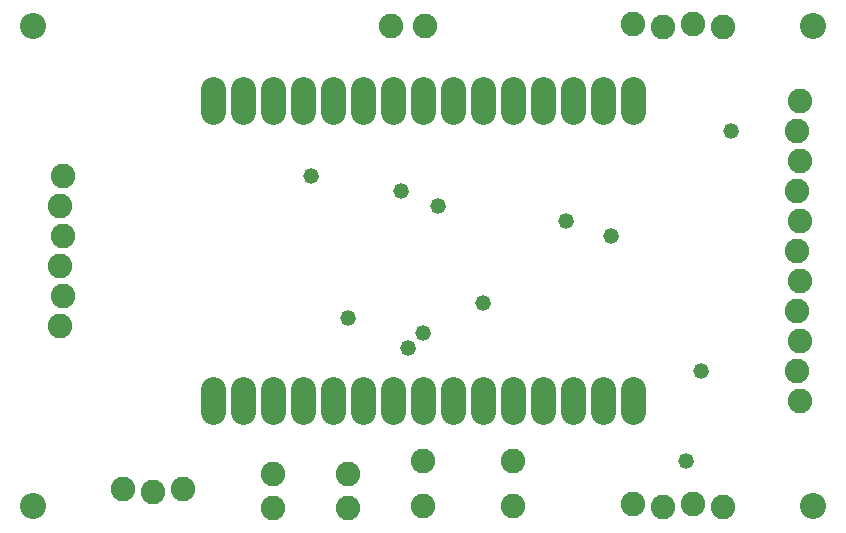
<source format=gbs>
G75*
%MOIN*%
%OFA0B0*%
%FSLAX25Y25*%
%IPPOS*%
%LPD*%
%AMOC8*
5,1,8,0,0,1.08239X$1,22.5*
%
%ADD10C,0.08674*%
%ADD11C,0.08200*%
%ADD12C,0.08400*%
%ADD13C,0.05200*%
D10*
X0011800Y0011800D03*
X0011800Y0171800D03*
X0271800Y0171800D03*
X0271800Y0011800D03*
D11*
X0241800Y0011300D03*
X0231800Y0012300D03*
X0221800Y0011300D03*
X0211800Y0012300D03*
X0171800Y0011800D03*
X0171800Y0026800D03*
X0141800Y0026800D03*
X0141800Y0011800D03*
X0116800Y0011100D03*
X0116800Y0022500D03*
X0091800Y0022500D03*
X0091800Y0011100D03*
X0061800Y0017300D03*
X0051800Y0016300D03*
X0041800Y0017300D03*
X0020800Y0071800D03*
X0021800Y0081800D03*
X0020800Y0091800D03*
X0021800Y0101800D03*
X0020800Y0111800D03*
X0021800Y0121800D03*
X0131100Y0171800D03*
X0142500Y0171800D03*
X0211800Y0172300D03*
X0221800Y0171300D03*
X0231800Y0172300D03*
X0241800Y0171300D03*
X0267300Y0146800D03*
X0266300Y0136800D03*
X0267300Y0126800D03*
X0266300Y0116800D03*
X0267300Y0106800D03*
X0266300Y0096800D03*
X0267300Y0086800D03*
X0266300Y0076800D03*
X0267300Y0066800D03*
X0266300Y0056800D03*
X0267300Y0046800D03*
D12*
X0211800Y0043000D02*
X0211800Y0050600D01*
X0201800Y0050600D02*
X0201800Y0043000D01*
X0191800Y0043000D02*
X0191800Y0050600D01*
X0181800Y0050600D02*
X0181800Y0043000D01*
X0171800Y0043000D02*
X0171800Y0050600D01*
X0161800Y0050600D02*
X0161800Y0043000D01*
X0151800Y0043000D02*
X0151800Y0050600D01*
X0141800Y0050600D02*
X0141800Y0043000D01*
X0131800Y0043000D02*
X0131800Y0050600D01*
X0121800Y0050600D02*
X0121800Y0043000D01*
X0111800Y0043000D02*
X0111800Y0050600D01*
X0101800Y0050600D02*
X0101800Y0043000D01*
X0091800Y0043000D02*
X0091800Y0050600D01*
X0081800Y0050600D02*
X0081800Y0043000D01*
X0071800Y0043000D02*
X0071800Y0050600D01*
X0071800Y0143000D02*
X0071800Y0150600D01*
X0081800Y0150600D02*
X0081800Y0143000D01*
X0091800Y0143000D02*
X0091800Y0150600D01*
X0101800Y0150600D02*
X0101800Y0143000D01*
X0111800Y0143000D02*
X0111800Y0150600D01*
X0121800Y0150600D02*
X0121800Y0143000D01*
X0131800Y0143000D02*
X0131800Y0150600D01*
X0141800Y0150600D02*
X0141800Y0143000D01*
X0151800Y0143000D02*
X0151800Y0150600D01*
X0161800Y0150600D02*
X0161800Y0143000D01*
X0171800Y0143000D02*
X0171800Y0150600D01*
X0181800Y0150600D02*
X0181800Y0143000D01*
X0191800Y0143000D02*
X0191800Y0150600D01*
X0201800Y0150600D02*
X0201800Y0143000D01*
X0211800Y0143000D02*
X0211800Y0150600D01*
D13*
X0244300Y0136800D03*
X0204300Y0101800D03*
X0189300Y0106800D03*
X0161800Y0079300D03*
X0141800Y0069300D03*
X0136800Y0064300D03*
X0116800Y0074300D03*
X0146800Y0111800D03*
X0134300Y0116800D03*
X0104300Y0121800D03*
X0234300Y0056800D03*
X0229300Y0026800D03*
M02*

</source>
